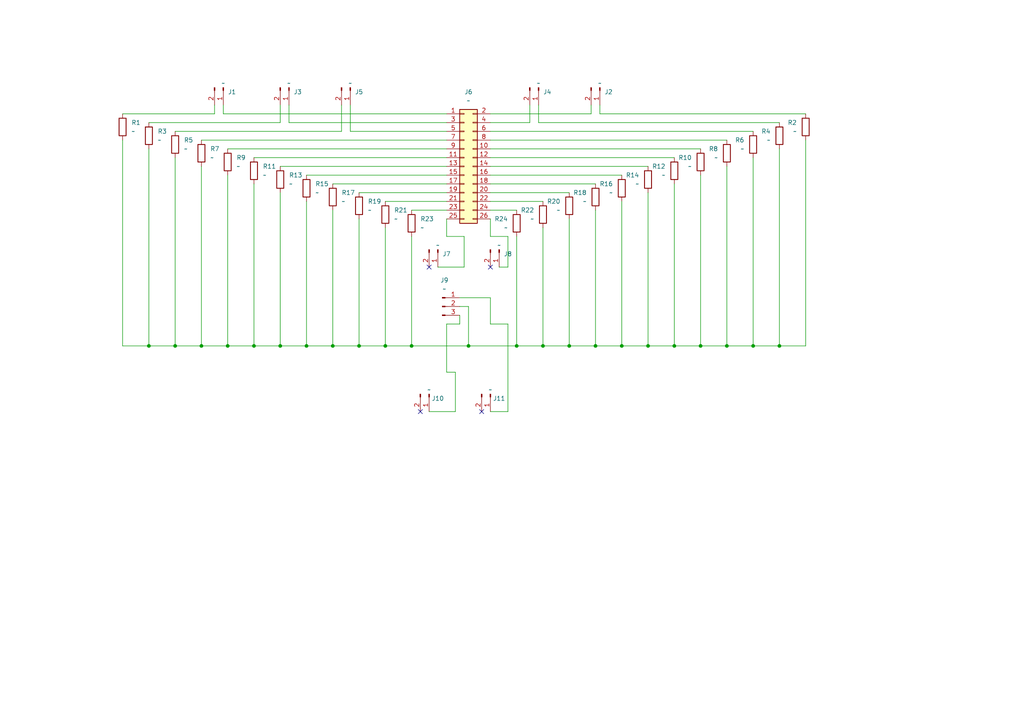
<source format=kicad_sch>
(kicad_sch (version 20211123) (generator eeschema)
  (paper "A4")
  (lib_symbols
    (symbol "Connector:Conn_01x02_Male" (pin_names (offset 1.016) hide)
      (property "Reference" "J" (at 0 2.54 0))
      (property "Value" "Conn_01x02_Male" (at 0 -5.08 0))
      (symbol "Conn_01x02_Male_1_1"
        (polyline (pts (xy 1.27 -2.54) (xy 0.8636 -2.54)) (stroke (width 0.1524)))
        (polyline (pts (xy 1.27 0) (xy 0.8636 0)) (stroke (width 0.1524)))
        (rectangle (start 0.8636 -2.413) (end 0 -2.667) (stroke (width 0.1524)) (fill (type outline)))
        (rectangle (start 0.8636 0.127) (end 0 -0.127) (stroke (width 0.1524)) (fill (type outline)))
        (pin passive line (at 5.08 0 180) (length 3.81) (name "Pin_1") (number "1"))
        (pin passive line (at 5.08 -2.54 180) (length 3.81) (name "Pin_2") (number "2"))
      )
    )
    (symbol "Connector:Conn_01x03_Male" (pin_names (offset 1.016) hide)
      (property "Reference" "J" (at 0 5.08 0))
      (property "Value" "Conn_01x03_Male" (at 0 -5.08 0))
      (symbol "Conn_01x03_Male_1_1"
        (polyline (pts (xy 1.27 -2.54) (xy 0.8636 -2.54)) (stroke (width 0.1524)))
        (polyline (pts (xy 1.27 0) (xy 0.8636 0)) (stroke (width 0.1524)))
        (polyline (pts (xy 1.27 2.54) (xy 0.8636 2.54)) (stroke (width 0.1524)))
        (rectangle (start 0.8636 -2.413) (end 0 -2.667) (stroke (width 0.1524)) (fill (type outline)))
        (rectangle (start 0.8636 0.127) (end 0 -0.127) (stroke (width 0.1524)) (fill (type outline)))
        (rectangle (start 0.8636 2.667) (end 0 2.413) (stroke (width 0.1524)) (fill (type outline)))
        (pin passive line (at 5.08 2.54 180) (length 3.81) (name "Pin_1") (number "1"))
        (pin passive line (at 5.08 0 180) (length 3.81) (name "Pin_2") (number "2"))
        (pin passive line (at 5.08 -2.54 180) (length 3.81) (name "Pin_3") (number "3"))
      )
    )
    (symbol "Connector_Generic:Conn_02x13_Odd_Even" (pin_names (offset 1.016) hide)
      (property "Reference" "J" (at 1.27 17.78 0))
      (property "Value" "Conn_02x13_Odd_Even" (at 1.27 -17.78 0))
      (symbol "Conn_02x13_Odd_Even_1_1"
        (rectangle (start -1.27 -15.113) (end 0 -15.367) (stroke (width 0.1524)))
        (rectangle (start -1.27 -12.573) (end 0 -12.827) (stroke (width 0.1524)))
        (rectangle (start -1.27 -10.033) (end 0 -10.287) (stroke (width 0.1524)))
        (rectangle (start -1.27 -7.493) (end 0 -7.747) (stroke (width 0.1524)))
        (rectangle (start -1.27 -4.953) (end 0 -5.207) (stroke (width 0.1524)))
        (rectangle (start -1.27 -2.413) (end 0 -2.667) (stroke (width 0.1524)))
        (rectangle (start -1.27 0.127) (end 0 -0.127) (stroke (width 0.1524)))
        (rectangle (start -1.27 2.667) (end 0 2.413) (stroke (width 0.1524)))
        (rectangle (start -1.27 5.207) (end 0 4.953) (stroke (width 0.1524)))
        (rectangle (start -1.27 7.747) (end 0 7.493) (stroke (width 0.1524)))
        (rectangle (start -1.27 10.287) (end 0 10.033) (stroke (width 0.1524)))
        (rectangle (start -1.27 12.827) (end 0 12.573) (stroke (width 0.1524)))
        (rectangle (start -1.27 15.367) (end 0 15.113) (stroke (width 0.1524)))
        (rectangle (start -1.27 16.51) (end 3.81 -16.51) (stroke (width 0.254)) (fill (type background)))
        (rectangle (start 3.81 -15.113) (end 2.54 -15.367) (stroke (width 0.1524)))
        (rectangle (start 3.81 -12.573) (end 2.54 -12.827) (stroke (width 0.1524)))
        (rectangle (start 3.81 -10.033) (end 2.54 -10.287) (stroke (width 0.1524)))
        (rectangle (start 3.81 -7.493) (end 2.54 -7.747) (stroke (width 0.1524)))
        (rectangle (start 3.81 -4.953) (end 2.54 -5.207) (stroke (width 0.1524)))
        (rectangle (start 3.81 -2.413) (end 2.54 -2.667) (stroke (width 0.1524)))
        (rectangle (start 3.81 0.127) (end 2.54 -0.127) (stroke (width 0.1524)))
        (rectangle (start 3.81 2.667) (end 2.54 2.413) (stroke (width 0.1524)))
        (rectangle (start 3.81 5.207) (end 2.54 4.953) (stroke (width 0.1524)))
        (rectangle (start 3.81 7.747) (end 2.54 7.493) (stroke (width 0.1524)))
        (rectangle (start 3.81 10.287) (end 2.54 10.033) (stroke (width 0.1524)))
        (rectangle (start 3.81 12.827) (end 2.54 12.573) (stroke (width 0.1524)))
        (rectangle (start 3.81 15.367) (end 2.54 15.113) (stroke (width 0.1524)))
        (pin passive line (at -5.08 15.24 0) (length 3.81) (name "Pin_1") (number "1"))
        (pin passive line (at 7.62 5.08 180) (length 3.81) (name "Pin_10") (number "10"))
        (pin passive line (at -5.08 2.54 0) (length 3.81) (name "Pin_11") (number "11"))
        (pin passive line (at 7.62 2.54 180) (length 3.81) (name "Pin_12") (number "12"))
        (pin passive line (at -5.08 0 0) (length 3.81) (name "Pin_13") (number "13"))
        (pin passive line (at 7.62 0 180) (length 3.81) (name "Pin_14") (number "14"))
        (pin passive line (at -5.08 -2.54 0) (length 3.81) (name "Pin_15") (number "15"))
        (pin passive line (at 7.62 -2.54 180) (length 3.81) (name "Pin_16") (number "16"))
        (pin passive line (at -5.08 -5.08 0) (length 3.81) (name "Pin_17") (number "17"))
        (pin passive line (at 7.62 -5.08 180) (length 3.81) (name "Pin_18") (number "18"))
        (pin passive line (at -5.08 -7.62 0) (length 3.81) (name "Pin_19") (number "19"))
        (pin passive line (at 7.62 15.24 180) (length 3.81) (name "Pin_2") (number "2"))
        (pin passive line (at 7.62 -7.62 180) (length 3.81) (name "Pin_20") (number "20"))
        (pin passive line (at -5.08 -10.16 0) (length 3.81) (name "Pin_21") (number "21"))
        (pin passive line (at 7.62 -10.16 180) (length 3.81) (name "Pin_22") (number "22"))
        (pin passive line (at -5.08 -12.7 0) (length 3.81) (name "Pin_23") (number "23"))
        (pin passive line (at 7.62 -12.7 180) (length 3.81) (name "Pin_24") (number "24"))
        (pin passive line (at -5.08 -15.24 0) (length 3.81) (name "Pin_25") (number "25"))
        (pin passive line (at 7.62 -15.24 180) (length 3.81) (name "Pin_26") (number "26"))
        (pin passive line (at -5.08 12.7 0) (length 3.81) (name "Pin_3") (number "3"))
        (pin passive line (at 7.62 12.7 180) (length 3.81) (name "Pin_4") (number "4"))
        (pin passive line (at -5.08 10.16 0) (length 3.81) (name "Pin_5") (number "5"))
        (pin passive line (at 7.62 10.16 180) (length 3.81) (name "Pin_6") (number "6"))
        (pin passive line (at -5.08 7.62 0) (length 3.81) (name "Pin_7") (number "7"))
        (pin passive line (at 7.62 7.62 180) (length 3.81) (name "Pin_8") (number "8"))
        (pin passive line (at -5.08 5.08 0) (length 3.81) (name "Pin_9") (number "9"))
      )
    )
    (symbol "Device:R" (pin_numbers hide) (pin_names (offset 0))
      (property "Reference" "R" (at 2.032 0 90))
      (property "Value" "R" (at 0 0 90))
      (symbol "R_0_1"
        (rectangle (start -1.016 -2.54) (end 1.016 2.54) (stroke (width 0.254)))
      )
      (symbol "R_1_1"
        (pin passive line (at 0 3.81 270) (length 1.27) (name "~") (number "1"))
        (pin passive line (at 0 -3.81 90) (length 1.27) (name "~") (number "2"))
      )
    )
  )
  (junction (at 157.48 100.33))
  (junction (at 180.34 100.33))
  (junction (at 203.2 100.33))
  (junction (at 218.44 100.33))
  (junction (at 66.04 100.33))
  (junction (at 119.38 100.33))
  (junction (at 50.8 100.33))
  (junction (at 165.1 100.33))
  (junction (at 187.96 100.33))
  (junction (at 81.28 100.33))
  (junction (at 226.06 100.33))
  (junction (at 96.52 100.33))
  (junction (at 88.9 100.33))
  (junction (at 111.76 100.33))
  (junction (at 149.86 100.33))
  (junction (at 104.14 100.33))
  (junction (at 210.82 100.33))
  (junction (at 58.42 100.33))
  (junction (at 172.72 100.33))
  (junction (at 195.58 100.33))
  (junction (at 73.66 100.33))
  (junction (at 43.18 100.33))
  (junction (at 135.89 100.33))
  (no_connect (at 139.7 119.38))
  (no_connect (at 121.92 119.38))
  (no_connect (at 124.46 77.47))
  (no_connect (at 142.24 77.47))
  (wire (pts (xy 210.82 48.26) (xy 210.82 100.33)))
  (wire (pts (xy 165.1 100.33) (xy 172.72 100.33)))
  (wire (pts (xy 133.35 86.36) (xy 142.24 86.36)))
  (wire (pts (xy 135.89 88.9) (xy 133.35 88.9)))
  (wire (pts (xy 157.48 100.33) (xy 165.1 100.33)))
  (wire (pts (xy 172.72 100.33) (xy 180.34 100.33)))
  (wire (pts (xy 226.06 100.33) (xy 218.44 100.33)))
  (wire (pts (xy 66.04 50.8) (xy 66.04 100.33)))
  (wire (pts (xy 50.8 45.72) (xy 50.8 100.33)))
  (wire (pts (xy 35.56 33.02) (xy 62.23 33.02)))
  (wire (pts (xy 233.68 100.33) (xy 226.06 100.33)))
  (wire (pts (xy 101.6 30.48) (xy 101.6 38.1)))
  (wire (pts (xy 157.48 66.04) (xy 157.48 100.33)))
  (wire (pts (xy 142.24 43.18) (xy 203.2 43.18)))
  (wire (pts (xy 43.18 100.33) (xy 50.8 100.33)))
  (wire (pts (xy 99.06 30.48) (xy 99.06 38.1)))
  (wire (pts (xy 156.21 30.48) (xy 156.21 35.56)))
  (wire (pts (xy 88.9 100.33) (xy 96.52 100.33)))
  (wire (pts (xy 124.46 119.38) (xy 132.08 119.38)))
  (wire (pts (xy 142.24 35.56) (xy 153.67 35.56)))
  (wire (pts (xy 119.38 60.96) (xy 129.54 60.96)))
  (wire (pts (xy 127 77.47) (xy 134.62 77.47)))
  (wire (pts (xy 153.67 35.56) (xy 153.67 30.48)))
  (wire (pts (xy 119.38 68.58) (xy 119.38 100.33)))
  (wire (pts (xy 142.24 93.98) (xy 147.32 93.98)))
  (wire (pts (xy 96.52 60.96) (xy 96.52 100.33)))
  (wire (pts (xy 171.45 33.02) (xy 171.45 30.48)))
  (wire (pts (xy 133.35 93.98) (xy 133.35 91.44)))
  (wire (pts (xy 119.38 100.33) (xy 135.89 100.33)))
  (wire (pts (xy 135.89 88.9) (xy 135.89 100.33)))
  (wire (pts (xy 58.42 100.33) (xy 66.04 100.33)))
  (wire (pts (xy 73.66 100.33) (xy 81.28 100.33)))
  (wire (pts (xy 111.76 58.42) (xy 129.54 58.42)))
  (wire (pts (xy 96.52 100.33) (xy 104.14 100.33)))
  (wire (pts (xy 218.44 45.72) (xy 218.44 100.33)))
  (wire (pts (xy 132.08 107.95) (xy 132.08 119.38)))
  (wire (pts (xy 142.24 63.5) (xy 142.24 68.58)))
  (wire (pts (xy 147.32 93.98) (xy 147.32 119.38)))
  (wire (pts (xy 129.54 63.5) (xy 129.54 68.58)))
  (wire (pts (xy 81.28 48.26) (xy 129.54 48.26)))
  (wire (pts (xy 142.24 40.64) (xy 210.82 40.64)))
  (wire (pts (xy 180.34 100.33) (xy 187.96 100.33)))
  (wire (pts (xy 35.56 100.33) (xy 43.18 100.33)))
  (wire (pts (xy 180.34 58.42) (xy 180.34 100.33)))
  (wire (pts (xy 142.24 55.88) (xy 165.1 55.88)))
  (wire (pts (xy 111.76 66.04) (xy 111.76 100.33)))
  (wire (pts (xy 129.54 93.98) (xy 129.54 107.95)))
  (wire (pts (xy 73.66 45.72) (xy 129.54 45.72)))
  (wire (pts (xy 66.04 100.33) (xy 73.66 100.33)))
  (wire (pts (xy 165.1 63.5) (xy 165.1 100.33)))
  (wire (pts (xy 142.24 68.58) (xy 147.32 68.58)))
  (wire (pts (xy 66.04 43.18) (xy 129.54 43.18)))
  (wire (pts (xy 96.52 53.34) (xy 129.54 53.34)))
  (wire (pts (xy 187.96 100.33) (xy 195.58 100.33)))
  (wire (pts (xy 81.28 35.56) (xy 81.28 30.48)))
  (wire (pts (xy 147.32 68.58) (xy 147.32 77.47)))
  (wire (pts (xy 58.42 40.64) (xy 129.54 40.64)))
  (wire (pts (xy 43.18 35.56) (xy 81.28 35.56)))
  (wire (pts (xy 149.86 100.33) (xy 157.48 100.33)))
  (wire (pts (xy 111.76 100.33) (xy 119.38 100.33)))
  (wire (pts (xy 43.18 43.18) (xy 43.18 100.33)))
  (wire (pts (xy 156.21 35.56) (xy 226.06 35.56)))
  (wire (pts (xy 195.58 53.34) (xy 195.58 100.33)))
  (wire (pts (xy 142.24 33.02) (xy 171.45 33.02)))
  (wire (pts (xy 195.58 100.33) (xy 203.2 100.33)))
  (wire (pts (xy 142.24 48.26) (xy 187.96 48.26)))
  (wire (pts (xy 35.56 40.64) (xy 35.56 100.33)))
  (wire (pts (xy 142.24 38.1) (xy 218.44 38.1)))
  (wire (pts (xy 64.77 33.02) (xy 129.54 33.02)))
  (wire (pts (xy 172.72 60.96) (xy 172.72 100.33)))
  (wire (pts (xy 50.8 38.1) (xy 99.06 38.1)))
  (wire (pts (xy 73.66 53.34) (xy 73.66 100.33)))
  (wire (pts (xy 104.14 63.5) (xy 104.14 100.33)))
  (wire (pts (xy 173.99 30.48) (xy 173.99 33.02)))
  (wire (pts (xy 187.96 55.88) (xy 187.96 100.33)))
  (wire (pts (xy 129.54 68.58) (xy 134.62 68.58)))
  (wire (pts (xy 144.78 77.47) (xy 147.32 77.47)))
  (wire (pts (xy 104.14 100.33) (xy 111.76 100.33)))
  (wire (pts (xy 149.86 68.58) (xy 149.86 100.33)))
  (wire (pts (xy 104.14 55.88) (xy 129.54 55.88)))
  (wire (pts (xy 210.82 100.33) (xy 218.44 100.33)))
  (wire (pts (xy 226.06 43.18) (xy 226.06 100.33)))
  (wire (pts (xy 129.54 107.95) (xy 132.08 107.95)))
  (wire (pts (xy 203.2 100.33) (xy 210.82 100.33)))
  (wire (pts (xy 142.24 60.96) (xy 149.86 60.96)))
  (wire (pts (xy 81.28 55.88) (xy 81.28 100.33)))
  (wire (pts (xy 50.8 100.33) (xy 58.42 100.33)))
  (wire (pts (xy 83.82 35.56) (xy 83.82 30.48)))
  (wire (pts (xy 142.24 50.8) (xy 180.34 50.8)))
  (wire (pts (xy 64.77 33.02) (xy 64.77 30.48)))
  (wire (pts (xy 142.24 45.72) (xy 195.58 45.72)))
  (wire (pts (xy 88.9 58.42) (xy 88.9 100.33)))
  (wire (pts (xy 62.23 33.02) (xy 62.23 30.48)))
  (wire (pts (xy 88.9 50.8) (xy 129.54 50.8)))
  (wire (pts (xy 58.42 48.26) (xy 58.42 100.33)))
  (wire (pts (xy 101.6 38.1) (xy 129.54 38.1)))
  (wire (pts (xy 142.24 53.34) (xy 172.72 53.34)))
  (wire (pts (xy 142.24 86.36) (xy 142.24 93.98)))
  (wire (pts (xy 233.68 40.64) (xy 233.68 100.33)))
  (wire (pts (xy 142.24 119.38) (xy 147.32 119.38)))
  (wire (pts (xy 135.89 100.33) (xy 149.86 100.33)))
  (wire (pts (xy 81.28 100.33) (xy 88.9 100.33)))
  (wire (pts (xy 173.99 33.02) (xy 233.68 33.02)))
  (wire (pts (xy 129.54 93.98) (xy 133.35 93.98)))
  (wire (pts (xy 134.62 68.58) (xy 134.62 77.47)))
  (wire (pts (xy 142.24 58.42) (xy 157.48 58.42)))
  (wire (pts (xy 203.2 50.8) (xy 203.2 100.33)))
  (wire (pts (xy 83.82 35.56) (xy 129.54 35.56)))
  (symbol (lib_id "Device:R") (at 180.34 54.61 0) (mirror y) (unit 1)
    (property "Reference" "R16" (at 177.8 53.3399 0) (effects (justify left)))
    (property "Value" "~" (at 177.8 55.8799 0) (effects (justify left)))
    (property "Footprint" "Resistor_THT:R_Axial_DIN0207_L6.3mm_D2.5mm_P10.16mm_Horizontal" (effects hide))
  )
  (symbol (lib_id "Device:R") (at 172.72 57.15 0) (mirror y) (unit 1)
    (property "Reference" "R18" (at 170.18 55.8799 0) (effects (justify left)))
    (property "Value" "~" (at 170.18 58.4199 0) (effects (justify left)))
    (property "Footprint" "Resistor_THT:R_Axial_DIN0207_L6.3mm_D2.5mm_P10.16mm_Horizontal" (effects hide))
  )
  (symbol (lib_id "Connector:Conn_01x02_Male") (at 127 72.39 270) (unit 1)
    (property "Reference" "J7" (at 129.54 73.66 90))
    (property "Value" "~" (at 127 71.12 90))
    (property "Footprint" "Connector_PinHeader_2.54mm:PinHeader_1x02_P2.54mm_Vertical" (effects hide))
  )
  (symbol (lib_id "Device:R") (at 35.56 36.83 0) (unit 1)
    (property "Reference" "R1" (at 38.1 35.5599 0) (effects (justify left)))
    (property "Value" "~" (at 38.1 38.0999 0) (effects (justify left)))
    (property "Footprint" "Resistor_THT:R_Axial_DIN0207_L6.3mm_D2.5mm_P10.16mm_Horizontal" (effects hide))
  )
  (symbol (lib_id "Device:R") (at 187.96 52.07 0) (mirror y) (unit 1)
    (property "Reference" "R14" (at 185.42 50.7999 0) (effects (justify left)))
    (property "Value" "~" (at 185.42 53.3399 0) (effects (justify left)))
    (property "Footprint" "Resistor_THT:R_Axial_DIN0207_L6.3mm_D2.5mm_P10.16mm_Horizontal" (effects hide))
  )
  (symbol (lib_id "Connector:Conn_01x02_Male") (at 142.24 114.3 270) (unit 1)
    (property "Reference" "J11" (at 144.78 115.57 90))
    (property "Value" "~" (at 142.24 113.03 90))
    (property "Footprint" "Connector_PinHeader_2.54mm:PinHeader_1x02_P2.54mm_Vertical" (effects hide))
  )
  (symbol (lib_id "Connector:Conn_01x02_Male") (at 144.78 72.39 270) (unit 1)
    (property "Reference" "J8" (at 147.32 73.66 90))
    (property "Value" "~" (at 144.78 71.12 90))
    (property "Footprint" "Connector_PinHeader_2.54mm:PinHeader_1x02_P2.54mm_Vertical" (effects hide))
  )
  (symbol (lib_id "Device:R") (at 218.44 41.91 0) (mirror y) (unit 1)
    (property "Reference" "R6" (at 215.9 40.6399 0) (effects (justify left)))
    (property "Value" "~" (at 215.9 43.1799 0) (effects (justify left)))
    (property "Footprint" "Resistor_THT:R_Axial_DIN0207_L6.3mm_D2.5mm_P10.16mm_Horizontal" (effects hide))
  )
  (symbol (lib_id "Device:R") (at 58.42 44.45 0) (unit 1)
    (property "Reference" "R7" (at 60.96 43.1799 0) (effects (justify left)))
    (property "Value" "~" (at 60.96 45.7199 0) (effects (justify left)))
    (property "Footprint" "Resistor_THT:R_Axial_DIN0207_L6.3mm_D2.5mm_P10.16mm_Horizontal" (effects hide))
  )
  (symbol (lib_id "Device:R") (at 66.04 46.99 0) (unit 1)
    (property "Reference" "R9" (at 68.58 45.7199 0) (effects (justify left)))
    (property "Value" "~" (at 68.58 48.2599 0) (effects (justify left)))
    (property "Footprint" "Resistor_THT:R_Axial_DIN0207_L6.3mm_D2.5mm_P10.16mm_Horizontal" (effects hide))
  )
  (symbol (lib_id "Device:R") (at 81.28 52.07 0) (unit 1)
    (property "Reference" "R13" (at 83.82 50.7999 0) (effects (justify left)))
    (property "Value" "~" (at 83.82 53.3399 0) (effects (justify left)))
    (property "Footprint" "Resistor_THT:R_Axial_DIN0207_L6.3mm_D2.5mm_P10.16mm_Horizontal" (effects hide))
  )
  (symbol (lib_id "Device:R") (at 203.2 46.99 0) (mirror y) (unit 1)
    (property "Reference" "R10" (at 200.66 45.7199 0) (effects (justify left)))
    (property "Value" "~" (at 200.66 48.2599 0) (effects (justify left)))
    (property "Footprint" "Resistor_THT:R_Axial_DIN0207_L6.3mm_D2.5mm_P10.16mm_Horizontal" (effects hide))
  )
  (symbol (lib_id "Connector:Conn_01x02_Male") (at 173.99 25.4 270) (unit 1)
    (property "Reference" "J2" (at 176.53 26.67 90))
    (property "Value" "~" (at 173.99 24.13 90))
    (property "Footprint" "Connector_PinHeader_2.54mm:PinHeader_1x02_P2.54mm_Vertical" (effects hide))
  )
  (symbol (lib_id "Device:R") (at 119.38 64.77 0) (unit 1)
    (property "Reference" "R23" (at 121.92 63.4999 0) (effects (justify left)))
    (property "Value" "~" (at 121.92 66.0399 0) (effects (justify left)))
    (property "Footprint" "Resistor_THT:R_Axial_DIN0207_L6.3mm_D2.5mm_P10.16mm_Horizontal" (effects hide))
  )
  (symbol (lib_id "Device:R") (at 73.66 49.53 0) (unit 1)
    (property "Reference" "R11" (at 76.2 48.2599 0) (effects (justify left)))
    (property "Value" "~" (at 76.2 50.7999 0) (effects (justify left)))
    (property "Footprint" "Resistor_THT:R_Axial_DIN0207_L6.3mm_D2.5mm_P10.16mm_Horizontal" (effects hide))
  )
  (symbol (lib_id "Device:R") (at 43.18 39.37 0) (unit 1)
    (property "Reference" "R3" (at 45.72 38.0999 0) (effects (justify left)))
    (property "Value" "~" (at 45.72 40.6399 0) (effects (justify left)))
    (property "Footprint" "Resistor_THT:R_Axial_DIN0207_L6.3mm_D2.5mm_P10.16mm_Horizontal" (effects hide))
  )
  (symbol (lib_id "Connector_Generic:Conn_02x13_Odd_Even") (at 134.62 48.26 0) (unit 1)
    (property "Reference" "J6" (at 135.89 26.67 0))
    (property "Value" "~" (at 135.89 29.21 0))
    (property "Footprint" "Connector_PinSocket_2.54mm:PinSocket_2x13_P2.54mm_Vertical" (effects hide))
  )
  (symbol (lib_id "Connector:Conn_01x02_Male") (at 124.46 114.3 270) (unit 1)
    (property "Reference" "J10" (at 127 115.57 90))
    (property "Value" "~" (at 124.46 113.03 90))
    (property "Footprint" "Connector_PinHeader_2.54mm:PinHeader_1x02_P2.54mm_Vertical" (effects hide))
  )
  (symbol (lib_id "Device:R") (at 195.58 49.53 0) (mirror y) (unit 1)
    (property "Reference" "R12" (at 193.04 48.2599 0) (effects (justify left)))
    (property "Value" "~" (at 193.04 50.7999 0) (effects (justify left)))
    (property "Footprint" "Resistor_THT:R_Axial_DIN0207_L6.3mm_D2.5mm_P10.16mm_Horizontal" (effects hide))
  )
  (symbol (lib_id "Device:R") (at 96.52 57.15 0) (unit 1)
    (property "Reference" "R17" (at 99.06 55.8799 0) (effects (justify left)))
    (property "Value" "~" (at 99.06 58.4199 0) (effects (justify left)))
    (property "Footprint" "Resistor_THT:R_Axial_DIN0207_L6.3mm_D2.5mm_P10.16mm_Horizontal" (effects hide))
  )
  (symbol (lib_id "Device:R") (at 233.68 36.83 0) (mirror y) (unit 1)
    (property "Reference" "R2" (at 231.14 35.5599 0) (effects (justify left)))
    (property "Value" "~" (at 231.14 38.0999 0) (effects (justify left)))
    (property "Footprint" "Resistor_THT:R_Axial_DIN0207_L6.3mm_D2.5mm_P10.16mm_Horizontal" (effects hide))
  )
  (symbol (lib_id "Connector:Conn_01x02_Male") (at 83.82 25.4 270) (unit 1)
    (property "Reference" "J3" (at 86.36 26.67 90))
    (property "Value" "~" (at 83.82 24.13 90))
    (property "Footprint" "Connector_PinHeader_2.54mm:PinHeader_1x02_P2.54mm_Vertical" (effects hide))
  )
  (symbol (lib_id "Device:R") (at 165.1 59.69 0) (mirror y) (unit 1)
    (property "Reference" "R20" (at 162.56 58.4199 0) (effects (justify left)))
    (property "Value" "~" (at 162.56 60.9599 0) (effects (justify left)))
    (property "Footprint" "Resistor_THT:R_Axial_DIN0207_L6.3mm_D2.5mm_P10.16mm_Horizontal" (effects hide))
  )
  (symbol (lib_id "Device:R") (at 210.82 44.45 0) (mirror y) (unit 1)
    (property "Reference" "R8" (at 208.28 43.1799 0) (effects (justify left)))
    (property "Value" "~" (at 208.28 45.7199 0) (effects (justify left)))
    (property "Footprint" "Resistor_THT:R_Axial_DIN0207_L6.3mm_D2.5mm_P10.16mm_Horizontal" (effects hide))
  )
  (symbol (lib_id "Device:R") (at 104.14 59.69 0) (unit 1)
    (property "Reference" "R19" (at 106.68 58.4199 0) (effects (justify left)))
    (property "Value" "~" (at 106.68 60.9599 0) (effects (justify left)))
    (property "Footprint" "Resistor_THT:R_Axial_DIN0207_L6.3mm_D2.5mm_P10.16mm_Horizontal" (effects hide))
  )
  (symbol (lib_id "Connector:Conn_01x03_Male") (at 128.27 88.9 0) (unit 1)
    (property "Reference" "J9" (at 128.905 81.28 0))
    (property "Value" "~" (at 128.905 83.82 0))
    (property "Footprint" "Connector_PinHeader_2.54mm:PinHeader_1x03_P2.54mm_Vertical" (effects hide))
  )
  (symbol (lib_id "Device:R") (at 226.06 39.37 0) (mirror y) (unit 1)
    (property "Reference" "R4" (at 223.52 38.0999 0) (effects (justify left)))
    (property "Value" "~" (at 223.52 40.6399 0) (effects (justify left)))
    (property "Footprint" "Resistor_THT:R_Axial_DIN0207_L6.3mm_D2.5mm_P10.16mm_Horizontal" (effects hide))
  )
  (symbol (lib_id "Connector:Conn_01x02_Male") (at 156.21 25.4 270) (unit 1)
    (property "Reference" "J4" (at 158.75 26.67 90))
    (property "Value" "~" (at 156.21 24.13 90))
    (property "Footprint" "Connector_PinHeader_2.54mm:PinHeader_1x02_P2.54mm_Vertical" (effects hide))
  )
  (symbol (lib_id "Device:R") (at 88.9 54.61 0) (unit 1)
    (property "Reference" "R15" (at 91.44 53.3399 0) (effects (justify left)))
    (property "Value" "~" (at 91.44 55.8799 0) (effects (justify left)))
    (property "Footprint" "Resistor_THT:R_Axial_DIN0207_L6.3mm_D2.5mm_P10.16mm_Horizontal" (effects hide))
  )
  (symbol (lib_id "Device:R") (at 50.8 41.91 0) (unit 1)
    (property "Reference" "R5" (at 53.34 40.6399 0) (effects (justify left)))
    (property "Value" "~" (at 53.34 43.1799 0) (effects (justify left)))
    (property "Footprint" "Resistor_THT:R_Axial_DIN0207_L6.3mm_D2.5mm_P10.16mm_Horizontal" (effects hide))
  )
  (symbol (lib_id "Device:R") (at 111.76 62.23 0) (unit 1)
    (property "Reference" "R21" (at 114.3 60.9599 0) (effects (justify left)))
    (property "Value" "~" (at 114.3 63.4999 0) (effects (justify left)))
    (property "Footprint" "Resistor_THT:R_Axial_DIN0207_L6.3mm_D2.5mm_P10.16mm_Horizontal" (effects hide))
  )
  (symbol (lib_id "Connector:Conn_01x02_Male") (at 101.6 25.4 270) (unit 1)
    (property "Reference" "J5" (at 104.14 26.67 90))
    (property "Value" "~" (at 101.6 24.13 90))
    (property "Footprint" "Connector_PinHeader_2.54mm:PinHeader_1x02_P2.54mm_Vertical" (effects hide))
  )
  (symbol (lib_id "Connector:Conn_01x02_Male") (at 64.77 25.4 270) (unit 1)
    (property "Reference" "J1" (at 67.31 26.67 90))
    (property "Value" "~" (at 64.77 24.13 90))
    (property "Footprint" "Connector_PinHeader_2.54mm:PinHeader_1x02_P2.54mm_Vertical" (effects hide))
  )
  (symbol (lib_id "Device:R") (at 149.86 64.77 0) (mirror y) (unit 1)
    (property "Reference" "R24" (at 147.32 63.4999 0) (effects (justify left)))
    (property "Value" "~" (at 147.32 66.0399 0) (effects (justify left)))
    (property "Footprint" "Resistor_THT:R_Axial_DIN0207_L6.3mm_D2.5mm_P10.16mm_Horizontal" (effects hide))
  )
  (symbol (lib_id "Device:R") (at 157.48 62.23 0) (mirror y) (unit 1)
    (property "Reference" "R22" (at 154.94 60.9599 0) (effects (justify left)))
    (property "Value" "~" (at 154.94 63.4999 0) (effects (justify left)))
    (property "Footprint" "Resistor_THT:R_Axial_DIN0207_L6.3mm_D2.5mm_P10.16mm_Horizontal" (effects hide))
  )
)
</source>
